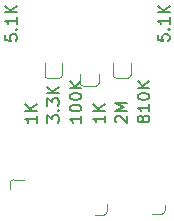
<source format=gbr>
%TF.GenerationSoftware,KiCad,Pcbnew,(6.0.2)*%
%TF.CreationDate,2022-04-05T05:22:49+08:00*%
%TF.ProjectId,TK44,544b3434-2e6b-4696-9361-645f70636258,rev?*%
%TF.SameCoordinates,Original*%
%TF.FileFunction,Legend,Top*%
%TF.FilePolarity,Positive*%
%FSLAX46Y46*%
G04 Gerber Fmt 4.6, Leading zero omitted, Abs format (unit mm)*
G04 Created by KiCad (PCBNEW (6.0.2)) date 2022-04-05 05:22:49*
%MOMM*%
%LPD*%
G01*
G04 APERTURE LIST*
%ADD10C,0.150000*%
%ADD11C,0.120000*%
G04 APERTURE END LIST*
D10*
%TO.C,R8*%
X207202380Y-131836666D02*
X207202380Y-132408095D01*
X207202380Y-132122380D02*
X206202380Y-132122380D01*
X206345238Y-132217619D01*
X206440476Y-132312857D01*
X206488095Y-132408095D01*
X206202380Y-131217619D02*
X206202380Y-131122380D01*
X206250000Y-131027142D01*
X206297619Y-130979523D01*
X206392857Y-130931904D01*
X206583333Y-130884285D01*
X206821428Y-130884285D01*
X207011904Y-130931904D01*
X207107142Y-130979523D01*
X207154761Y-131027142D01*
X207202380Y-131122380D01*
X207202380Y-131217619D01*
X207154761Y-131312857D01*
X207107142Y-131360476D01*
X207011904Y-131408095D01*
X206821428Y-131455714D01*
X206583333Y-131455714D01*
X206392857Y-131408095D01*
X206297619Y-131360476D01*
X206250000Y-131312857D01*
X206202380Y-131217619D01*
X206202380Y-130265238D02*
X206202380Y-130170000D01*
X206250000Y-130074761D01*
X206297619Y-130027142D01*
X206392857Y-129979523D01*
X206583333Y-129931904D01*
X206821428Y-129931904D01*
X207011904Y-129979523D01*
X207107142Y-130027142D01*
X207154761Y-130074761D01*
X207202380Y-130170000D01*
X207202380Y-130265238D01*
X207154761Y-130360476D01*
X207107142Y-130408095D01*
X207011904Y-130455714D01*
X206821428Y-130503333D01*
X206583333Y-130503333D01*
X206392857Y-130455714D01*
X206297619Y-130408095D01*
X206250000Y-130360476D01*
X206202380Y-130265238D01*
X207202380Y-129503333D02*
X206202380Y-129503333D01*
X207202380Y-128931904D02*
X206630952Y-129360476D01*
X206202380Y-128931904D02*
X206773809Y-129503333D01*
%TO.C,R1*%
X213672380Y-124986190D02*
X213672380Y-125462380D01*
X214148571Y-125510000D01*
X214100952Y-125462380D01*
X214053333Y-125367142D01*
X214053333Y-125129047D01*
X214100952Y-125033809D01*
X214148571Y-124986190D01*
X214243809Y-124938571D01*
X214481904Y-124938571D01*
X214577142Y-124986190D01*
X214624761Y-125033809D01*
X214672380Y-125129047D01*
X214672380Y-125367142D01*
X214624761Y-125462380D01*
X214577142Y-125510000D01*
X214577142Y-124510000D02*
X214624761Y-124462380D01*
X214672380Y-124510000D01*
X214624761Y-124557619D01*
X214577142Y-124510000D01*
X214672380Y-124510000D01*
X214672380Y-123510000D02*
X214672380Y-124081428D01*
X214672380Y-123795714D02*
X213672380Y-123795714D01*
X213815238Y-123890952D01*
X213910476Y-123986190D01*
X213958095Y-124081428D01*
X214672380Y-123081428D02*
X213672380Y-123081428D01*
X214672380Y-122510000D02*
X214100952Y-122938571D01*
X213672380Y-122510000D02*
X214243809Y-123081428D01*
%TO.C,R3*%
X209192380Y-131824285D02*
X209192380Y-132395714D01*
X209192380Y-132110000D02*
X208192380Y-132110000D01*
X208335238Y-132205238D01*
X208430476Y-132300476D01*
X208478095Y-132395714D01*
X209192380Y-131395714D02*
X208192380Y-131395714D01*
X209192380Y-130824285D02*
X208620952Y-131252857D01*
X208192380Y-130824285D02*
X208763809Y-131395714D01*
%TO.C,R6*%
X204312380Y-132417619D02*
X204312380Y-131798571D01*
X204693333Y-132131904D01*
X204693333Y-131989047D01*
X204740952Y-131893809D01*
X204788571Y-131846190D01*
X204883809Y-131798571D01*
X205121904Y-131798571D01*
X205217142Y-131846190D01*
X205264761Y-131893809D01*
X205312380Y-131989047D01*
X205312380Y-132274761D01*
X205264761Y-132370000D01*
X205217142Y-132417619D01*
X205217142Y-131370000D02*
X205264761Y-131322380D01*
X205312380Y-131370000D01*
X205264761Y-131417619D01*
X205217142Y-131370000D01*
X205312380Y-131370000D01*
X204312380Y-130989047D02*
X204312380Y-130370000D01*
X204693333Y-130703333D01*
X204693333Y-130560476D01*
X204740952Y-130465238D01*
X204788571Y-130417619D01*
X204883809Y-130370000D01*
X205121904Y-130370000D01*
X205217142Y-130417619D01*
X205264761Y-130465238D01*
X205312380Y-130560476D01*
X205312380Y-130846190D01*
X205264761Y-130941428D01*
X205217142Y-130989047D01*
X205312380Y-129941428D02*
X204312380Y-129941428D01*
X205312380Y-129370000D02*
X204740952Y-129798571D01*
X204312380Y-129370000D02*
X204883809Y-129941428D01*
%TO.C,R2*%
X200742380Y-124986190D02*
X200742380Y-125462380D01*
X201218571Y-125510000D01*
X201170952Y-125462380D01*
X201123333Y-125367142D01*
X201123333Y-125129047D01*
X201170952Y-125033809D01*
X201218571Y-124986190D01*
X201313809Y-124938571D01*
X201551904Y-124938571D01*
X201647142Y-124986190D01*
X201694761Y-125033809D01*
X201742380Y-125129047D01*
X201742380Y-125367142D01*
X201694761Y-125462380D01*
X201647142Y-125510000D01*
X201647142Y-124510000D02*
X201694761Y-124462380D01*
X201742380Y-124510000D01*
X201694761Y-124557619D01*
X201647142Y-124510000D01*
X201742380Y-124510000D01*
X201742380Y-123510000D02*
X201742380Y-124081428D01*
X201742380Y-123795714D02*
X200742380Y-123795714D01*
X200885238Y-123890952D01*
X200980476Y-123986190D01*
X201028095Y-124081428D01*
X201742380Y-123081428D02*
X200742380Y-123081428D01*
X201742380Y-122510000D02*
X201170952Y-122938571D01*
X200742380Y-122510000D02*
X201313809Y-123081428D01*
%TO.C,R5*%
X203432380Y-131844285D02*
X203432380Y-132415714D01*
X203432380Y-132130000D02*
X202432380Y-132130000D01*
X202575238Y-132225238D01*
X202670476Y-132320476D01*
X202718095Y-132415714D01*
X203432380Y-131415714D02*
X202432380Y-131415714D01*
X203432380Y-130844285D02*
X202860952Y-131272857D01*
X202432380Y-130844285D02*
X203003809Y-131415714D01*
%TO.C,R7*%
X210177619Y-132407142D02*
X210130000Y-132359523D01*
X210082380Y-132264285D01*
X210082380Y-132026190D01*
X210130000Y-131930952D01*
X210177619Y-131883333D01*
X210272857Y-131835714D01*
X210368095Y-131835714D01*
X210510952Y-131883333D01*
X211082380Y-132454761D01*
X211082380Y-131835714D01*
X211082380Y-131407142D02*
X210082380Y-131407142D01*
X210796666Y-131073809D01*
X210082380Y-130740476D01*
X211082380Y-130740476D01*
%TO.C,R4*%
X212400952Y-132207619D02*
X212353333Y-132302857D01*
X212305714Y-132350476D01*
X212210476Y-132398095D01*
X212162857Y-132398095D01*
X212067619Y-132350476D01*
X212020000Y-132302857D01*
X211972380Y-132207619D01*
X211972380Y-132017142D01*
X212020000Y-131921904D01*
X212067619Y-131874285D01*
X212162857Y-131826666D01*
X212210476Y-131826666D01*
X212305714Y-131874285D01*
X212353333Y-131921904D01*
X212400952Y-132017142D01*
X212400952Y-132207619D01*
X212448571Y-132302857D01*
X212496190Y-132350476D01*
X212591428Y-132398095D01*
X212781904Y-132398095D01*
X212877142Y-132350476D01*
X212924761Y-132302857D01*
X212972380Y-132207619D01*
X212972380Y-132017142D01*
X212924761Y-131921904D01*
X212877142Y-131874285D01*
X212781904Y-131826666D01*
X212591428Y-131826666D01*
X212496190Y-131874285D01*
X212448571Y-131921904D01*
X212400952Y-132017142D01*
X212972380Y-130874285D02*
X212972380Y-131445714D01*
X212972380Y-131160000D02*
X211972380Y-131160000D01*
X212115238Y-131255238D01*
X212210476Y-131350476D01*
X212258095Y-131445714D01*
X211972380Y-130255238D02*
X211972380Y-130160000D01*
X212020000Y-130064761D01*
X212067619Y-130017142D01*
X212162857Y-129969523D01*
X212353333Y-129921904D01*
X212591428Y-129921904D01*
X212781904Y-129969523D01*
X212877142Y-130017142D01*
X212924761Y-130064761D01*
X212972380Y-130160000D01*
X212972380Y-130255238D01*
X212924761Y-130350476D01*
X212877142Y-130398095D01*
X212781904Y-130445714D01*
X212591428Y-130493333D01*
X212353333Y-130493333D01*
X212162857Y-130445714D01*
X212067619Y-130398095D01*
X212020000Y-130350476D01*
X211972380Y-130255238D01*
X212972380Y-129493333D02*
X211972380Y-129493333D01*
X212972380Y-128921904D02*
X212400952Y-129350476D01*
X211972380Y-128921904D02*
X212543809Y-129493333D01*
D11*
%TO.C,U2*%
X201480000Y-137240000D02*
X202355000Y-137240000D01*
X201180000Y-138015000D02*
X201180000Y-137540000D01*
X201480000Y-137240000D02*
G75*
G03*
X201180000Y-137540000I0J-300000D01*
G01*
%TO.C,D46*%
X207090000Y-129046000D02*
X207090000Y-128270000D01*
X207344000Y-129300000D02*
X208436000Y-129300000D01*
X208690000Y-129046000D02*
X208690000Y-128270000D01*
X208436000Y-129300000D02*
G75*
G03*
X208690000Y-129046000I0J254000D01*
G01*
X207090000Y-129046000D02*
G75*
G03*
X207344000Y-129300000I254000J0D01*
G01*
%TO.C,D45*%
X209905000Y-127339900D02*
X209905000Y-128389900D01*
X210165000Y-128650045D02*
X211114855Y-128649900D01*
X211375000Y-128389900D02*
X211375000Y-127339900D01*
X211114855Y-128649900D02*
G75*
G03*
X211375000Y-128389900I144J260001D01*
G01*
X209905000Y-128389900D02*
G75*
G03*
X210165000Y-128650045I260001J-144D01*
G01*
%TO.C,U3*%
X214320000Y-139365000D02*
X214320000Y-139840000D01*
X214020000Y-140140000D02*
X213145000Y-140140000D01*
X214020000Y-140140000D02*
G75*
G03*
X214320000Y-139840000I0J300000D01*
G01*
%TO.C,D47*%
X205595000Y-128399900D02*
X205595000Y-127349900D01*
X204125000Y-127349900D02*
X204125000Y-128399900D01*
X204385000Y-128660045D02*
X205334855Y-128659900D01*
X205334855Y-128659900D02*
G75*
G03*
X205595000Y-128399900I144J260001D01*
G01*
X204125000Y-128399900D02*
G75*
G03*
X204385000Y-128660045I260001J-144D01*
G01*
%TO.C,Q1*%
X209400000Y-139290000D02*
X209400000Y-139940000D01*
X209100000Y-140240000D02*
X208350000Y-140240000D01*
X209100000Y-140240000D02*
G75*
G03*
X209400000Y-139940000I0J300000D01*
G01*
%TD*%
M02*

</source>
